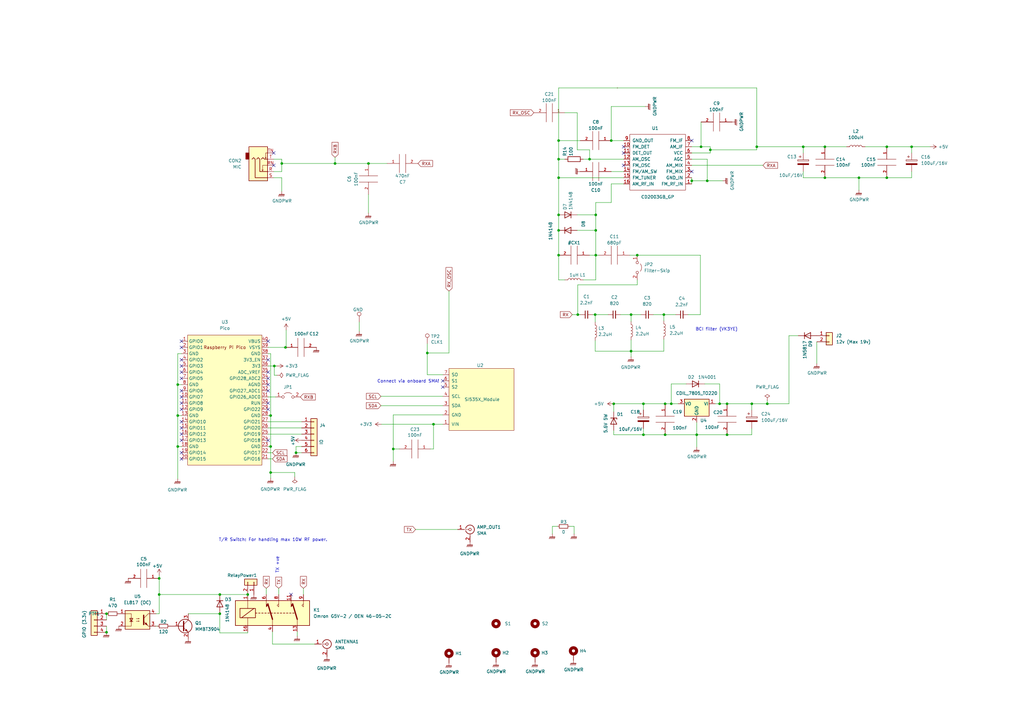
<source format=kicad_sch>
(kicad_sch (version 20211123) (generator eeschema)
  (paper "A3")
  (title_block (title "PDX RX Block - Pi Pico based DIGITAL MODES HF Transceiver") (date "2022-04-20") (rev "v0.01") (company "WB2CBA, VU3CER"))
  (junction (at 272.796 165.608))
  (junction (at 285.75 178.308))
  (junction (at 175.26 144.78))
  (junction (at 110.998 193.802))
  (junction (at 241.808 65.278))
  (junction (at 290.068 74.168))
  (junction (at 308.356 165.608))
  (junction (at 137.414 67.056))
  (junction (at 244.348 104.648))
  (junction (at 261.366 104.648))
  (junction (at 250.698 57.658))
  (junction (at 101.6 243.84))
  (junction (at 244.348 94.488))
  (junction (at 298.196 178.308))
  (junction (at 244.094 129.032))
  (junction (at 117.094 142.494))
  (junction (at 72.898 157.734))
  (junction (at 310.388 60.198))
  (junction (at 258.826 144.018))
  (junction (at 275.336 165.608))
  (junction (at 65.278 243.84))
  (junction (at 236.982 129.032))
  (junction (at 229.108 88.138))
  (junction (at 291.338 61.468))
  (junction (at 151.13 67.056))
  (junction (at 258.826 129.032))
  (junction (at 329.438 60.198))
  (junction (at 272.796 178.308))
  (junction (at 229.108 57.658))
  (junction (at 121.412 185.674))
  (junction (at 287.528 60.198))
  (junction (at 90.17 243.84))
  (junction (at 90.17 251.714))
  (junction (at 112.522 150.114))
  (junction (at 363.728 72.898))
  (junction (at 72.898 183.134))
  (junction (at 229.108 65.278))
  (junction (at 363.728 60.198))
  (junction (at 314.706 165.608))
  (junction (at 244.348 88.138))
  (junction (at 110.998 170.434))
  (junction (at 110.998 183.134))
  (junction (at 229.108 104.648))
  (junction (at 338.328 72.898))
  (junction (at 352.298 72.898))
  (junction (at 43.688 251.714))
  (junction (at 295.148 165.608))
  (junction (at 338.328 60.198))
  (junction (at 177.8 173.99))
  (junction (at 65.278 237.236))
  (junction (at 161.29 184.15))
  (junction (at 263.906 165.608))
  (junction (at 298.196 165.608))
  (junction (at 283.718 74.168))
  (junction (at 263.906 178.308))
  (junction (at 43.688 259.334))
  (junction (at 272.288 129.032))
  (junction (at 72.898 170.434))
  (junction (at 251.714 165.608))
  (junction (at 373.888 60.198))
  (junction (at 115.57 67.056))
  (junction (at 229.108 94.488))
  (junction (at 229.108 72.898))
  (no_connect (at 74.422 172.974))
  (no_connect (at 74.422 175.514))
  (no_connect (at 74.422 178.054))
  (no_connect (at 74.422 180.594))
  (no_connect (at 74.422 152.654))
  (no_connect (at 74.422 155.194))
  (no_connect (at 74.422 150.114))
  (no_connect (at 74.422 147.574))
  (no_connect (at 74.422 160.274))
  (no_connect (at 74.422 162.814))
  (no_connect (at 74.422 167.894))
  (no_connect (at 74.422 165.354))
  (no_connect (at 74.422 142.494))
  (no_connect (at 74.422 139.954))
  (no_connect (at 109.982 165.354))
  (no_connect (at 109.982 160.274))
  (no_connect (at 109.982 152.654))
  (no_connect (at 109.982 155.194))
  (no_connect (at 109.982 157.734))
  (no_connect (at 109.982 147.574))
  (no_connect (at 181.61 156.21))
  (no_connect (at 74.422 188.214))
  (no_connect (at 119.38 243.84))
  (no_connect (at 74.422 185.674))
  (no_connect (at 112.268 62.738))
  (no_connect (at 112.268 67.818))
  (no_connect (at 283.718 70.358))
  (no_connect (at 283.718 57.658))
  (no_connect (at 255.778 62.738))
  (no_connect (at 255.778 60.198))
  (no_connect (at 255.778 67.818))
  (no_connect (at 181.61 158.75))
  (no_connect (at 109.982 139.954))
  (no_connect (at 109.982 180.594))
  (no_connect (at 109.982 167.894))
  (wire (pts (xy 110.998 145.034) (xy 110.998 170.434)))
  (wire (pts (xy 111.76 264.16) (xy 129.032 264.16)))
  (wire (pts (xy 261.366 104.648) (xy 287.274 104.648)))
  (wire (pts (xy 43.688 251.714) (xy 43.688 254.254)))
  (wire (pts (xy 338.328 72.898) (xy 329.438 72.898)))
  (wire (pts (xy 72.898 157.734) (xy 72.898 170.434)))
  (wire (pts (xy 251.714 165.608) (xy 263.906 165.608)))
  (wire (pts (xy 112.268 65.278) (xy 115.57 65.278)))
  (wire (pts (xy 74.422 170.434) (xy 72.898 170.434)))
  (wire (pts (xy 282.194 129.032) (xy 287.274 129.032)))
  (wire (pts (xy 124.46 241.3) (xy 124.46 243.84)))
  (wire (pts (xy 310.388 60.198) (xy 310.388 61.468)))
  (wire (pts (xy 110.998 170.434) (xy 110.998 183.134)))
  (wire (pts (xy 229.108 104.648) (xy 229.108 94.488)))
  (wire (pts (xy 109.982 183.134) (xy 110.998 183.134)))
  (wire (pts (xy 121.412 185.674) (xy 123.698 185.674)))
  (wire (pts (xy 289.052 157.48) (xy 295.148 157.48)))
  (wire (pts (xy 254.508 129.032) (xy 258.826 129.032)))
  (wire (pts (xy 250.698 83.058) (xy 250.698 75.438)))
  (wire (pts (xy 156.21 162.56) (xy 181.61 162.56)))
  (wire (pts (xy 115.57 72.898) (xy 115.57 78.486)))
  (wire (pts (xy 373.888 72.898) (xy 363.728 72.898)))
  (wire (pts (xy 310.388 61.468) (xy 291.338 61.468)))
  (wire (pts (xy 272.796 178.308) (xy 263.906 178.308)))
  (wire (pts (xy 363.728 60.198) (xy 354.838 60.198)))
  (wire (pts (xy 291.338 60.198) (xy 291.338 61.468)))
  (wire (pts (xy 373.888 60.198) (xy 373.888 62.738)))
  (wire (pts (xy 121.412 183.134) (xy 123.698 183.134)))
  (wire (pts (xy 175.26 144.78) (xy 184.15 144.78)))
  (wire (pts (xy 314.706 164.338) (xy 314.706 165.608)))
  (wire (pts (xy 275.336 165.608) (xy 275.336 157.48)))
  (wire (pts (xy 65.278 235.966) (xy 65.278 237.236)))
  (wire (pts (xy 64.008 251.714) (xy 65.278 251.714)))
  (wire (pts (xy 231.648 114.808) (xy 229.108 114.808)))
  (wire (pts (xy 323.596 137.668) (xy 323.596 165.608)))
  (wire (pts (xy 244.094 139.7) (xy 244.094 144.018)))
  (wire (pts (xy 109.982 175.514) (xy 123.698 175.514)))
  (wire (pts (xy 234.696 129.032) (xy 236.982 129.032)))
  (wire (pts (xy 285.75 178.308) (xy 298.196 178.308)))
  (wire (pts (xy 170.434 217.17) (xy 187.706 217.17)))
  (wire (pts (xy 244.348 104.648) (xy 245.618 104.648)))
  (wire (pts (xy 314.706 165.608) (xy 323.596 165.608)))
  (wire (pts (xy 261.366 116.84) (xy 261.366 114.808)))
  (wire (pts (xy 65.278 243.84) (xy 90.17 243.84)))
  (wire (pts (xy 290.068 65.278) (xy 290.068 74.168)))
  (wire (pts (xy 250.698 43.688) (xy 264.668 43.688)))
  (wire (pts (xy 283.718 62.738) (xy 291.338 62.738)))
  (wire (pts (xy 110.998 183.134) (xy 110.998 193.802)))
  (wire (pts (xy 244.094 132.08) (xy 244.094 129.032)))
  (wire (pts (xy 347.218 60.198) (xy 338.328 60.198)))
  (wire (pts (xy 250.698 70.358) (xy 255.778 70.358)))
  (wire (pts (xy 244.348 94.488) (xy 244.348 88.138)))
  (wire (pts (xy 72.898 170.434) (xy 72.898 183.134)))
  (wire (pts (xy 287.274 104.648) (xy 287.274 129.032)))
  (wire (pts (xy 90.17 251.714) (xy 90.17 251.46)))
  (wire (pts (xy 175.26 144.78) (xy 175.26 153.67)))
  (wire (pts (xy 283.718 60.198) (xy 287.528 60.198)))
  (wire (pts (xy 263.906 165.608) (xy 272.796 165.608)))
  (wire (pts (xy 308.356 175.768) (xy 308.356 178.308)))
  (wire (pts (xy 285.75 183.388) (xy 285.75 178.308)))
  (wire (pts (xy 275.336 157.48) (xy 281.432 157.48)))
  (wire (pts (xy 285.75 178.308) (xy 272.796 178.308)))
  (wire (pts (xy 298.196 165.608) (xy 308.356 165.608)))
  (wire (pts (xy 147.32 132.08) (xy 147.32 135.89)))
  (wire (pts (xy 175.26 140.97) (xy 175.26 144.78)))
  (wire (pts (xy 65.278 237.236) (xy 65.278 243.84)))
  (wire (pts (xy 285.75 173.228) (xy 285.75 178.308)))
  (wire (pts (xy 72.898 183.134) (xy 72.898 196.342)))
  (wire (pts (xy 308.356 165.608) (xy 314.706 165.608)))
  (wire (pts (xy 43.688 256.794) (xy 43.688 259.334)))
  (wire (pts (xy 101.6 259.08) (xy 101.6 259.588)))
  (wire (pts (xy 64.008 256.794) (xy 64.516 256.794)))
  (wire (pts (xy 329.438 60.198) (xy 329.438 62.738)))
  (wire (pts (xy 236.982 116.84) (xy 261.366 116.84)))
  (wire (pts (xy 151.13 79.756) (xy 151.13 87.376)))
  (wire (pts (xy 137.414 64.516) (xy 137.414 67.056)))
  (wire (pts (xy 161.29 170.18) (xy 161.29 184.15)))
  (wire (pts (xy 296.418 74.168) (xy 290.068 74.168)))
  (wire (pts (xy 272.288 129.032) (xy 272.288 131.572)))
  (wire (pts (xy 156.464 173.99) (xy 177.8 173.99)))
  (wire (pts (xy 275.336 165.608) (xy 278.13 165.608)))
  (wire (pts (xy 244.348 88.138) (xy 244.348 83.058)))
  (wire (pts (xy 236.728 94.488) (xy 244.348 94.488)))
  (wire (pts (xy 65.278 251.714) (xy 65.278 243.84)))
  (wire (pts (xy 241.808 104.648) (xy 244.348 104.648)))
  (wire (pts (xy 236.982 129.032) (xy 236.982 116.84)))
  (wire (pts (xy 250.698 57.658) (xy 250.698 43.688)))
  (wire (pts (xy 229.108 88.138) (xy 229.108 72.898)))
  (wire (pts (xy 251.714 168.91) (xy 251.714 165.608)))
  (wire (pts (xy 112.522 150.114) (xy 113.538 150.114)))
  (wire (pts (xy 109.982 170.434) (xy 110.998 170.434)))
  (wire (pts (xy 258.826 129.032) (xy 258.826 131.826)))
  (wire (pts (xy 236.728 46.228) (xy 236.728 61.468)))
  (wire (pts (xy 310.388 60.198) (xy 329.438 60.198)))
  (wire (pts (xy 114.3 241.3) (xy 114.3 243.84)))
  (wire (pts (xy 109.982 142.494) (xy 117.094 142.494)))
  (wire (pts (xy 120.904 193.802) (xy 120.904 195.58)))
  (wire (pts (xy 121.412 183.134) (xy 121.412 185.674)))
  (wire (pts (xy 272.288 144.018) (xy 258.826 144.018)))
  (wire (pts (xy 90.17 259.588) (xy 101.6 259.588)))
  (wire (pts (xy 72.898 145.034) (xy 72.898 157.734)))
  (wire (pts (xy 258.826 129.032) (xy 262.89 129.032)))
  (wire (pts (xy 156.21 166.37) (xy 181.61 166.37)))
  (wire (pts (xy 109.982 172.974) (xy 123.698 172.974)))
  (wire (pts (xy 161.29 170.18) (xy 181.61 170.18)))
  (wire (pts (xy 231.648 46.228) (xy 236.728 46.228)))
  (wire (pts (xy 373.888 60.198) (xy 381.508 60.198)))
  (wire (pts (xy 231.648 65.278) (xy 229.108 65.278)))
  (wire (pts (xy 272.796 165.608) (xy 275.336 165.608)))
  (wire (pts (xy 72.898 183.134) (xy 74.422 183.134)))
  (wire (pts (xy 243.078 129.032) (xy 244.094 129.032)))
  (wire (pts (xy 258.318 104.648) (xy 261.366 104.648)))
  (wire (pts (xy 293.37 165.608) (xy 295.148 165.608)))
  (wire (pts (xy 77.216 251.714) (xy 90.17 251.714)))
  (wire (pts (xy 244.348 104.648) (xy 244.348 114.808)))
  (wire (pts (xy 137.414 67.056) (xy 151.13 67.056)))
  (wire (pts (xy 244.348 83.058) (xy 250.698 83.058)))
  (wire (pts (xy 283.718 67.818) (xy 312.928 67.818)))
  (wire (pts (xy 111.76 259.08) (xy 111.76 264.16)))
  (wire (pts (xy 329.438 72.898) (xy 329.438 70.358)))
  (wire (pts (xy 72.898 145.034) (xy 74.422 145.034)))
  (wire (pts (xy 272.288 139.192) (xy 272.288 144.018)))
  (wire (pts (xy 244.094 129.032) (xy 249.428 129.032)))
  (wire (pts (xy 291.338 61.468) (xy 291.338 62.738)))
  (wire (pts (xy 272.288 129.032) (xy 277.114 129.032)))
  (wire (pts (xy 110.998 193.802) (xy 110.998 196.088)))
  (wire (pts (xy 151.13 67.056) (xy 158.75 67.056)))
  (wire (pts (xy 112.268 70.358) (xy 115.57 70.358)))
  (wire (pts (xy 251.714 178.308) (xy 263.906 178.308)))
  (wire (pts (xy 181.61 153.67) (xy 175.26 153.67)))
  (wire (pts (xy 236.728 61.468) (xy 241.808 61.468)))
  (wire (pts (xy 90.17 243.84) (xy 101.6 243.84)))
  (wire (pts (xy 229.108 72.898) (xy 255.778 72.898)))
  (wire (pts (xy 109.22 241.3) (xy 109.22 243.84)))
  (wire (pts (xy 295.148 157.48) (xy 295.148 165.608)))
  (wire (pts (xy 112.268 72.898) (xy 115.57 72.898)))
  (wire (pts (xy 109.982 188.214) (xy 111.76 188.214)))
  (wire (pts (xy 109.982 150.114) (xy 112.522 150.114)))
  (wire (pts (xy 263.906 178.308) (xy 263.906 175.768)))
  (wire (pts (xy 74.422 157.734) (xy 72.898 157.734)))
  (wire (pts (xy 244.348 104.648) (xy 244.348 94.488)))
  (wire (pts (xy 239.268 114.808) (xy 244.348 114.808)))
  (wire (pts (xy 110.998 193.802) (xy 120.904 193.802)))
  (wire (pts (xy 295.148 165.608) (xy 298.196 165.608)))
  (wire (pts (xy 283.718 75.438) (xy 283.718 74.168)))
  (wire (pts (xy 229.108 36.068) (xy 310.388 36.068)))
  (wire (pts (xy 250.698 75.438) (xy 255.778 75.438)))
  (wire (pts (xy 373.888 70.358) (xy 373.888 72.898)))
  (wire (pts (xy 226.568 215.9) (xy 228.6 215.9)))
  (wire (pts (xy 283.718 65.278) (xy 290.068 65.278)))
  (wire (pts (xy 233.68 215.9) (xy 235.458 215.9)))
  (wire (pts (xy 363.728 60.198) (xy 373.888 60.198)))
  (wire (pts (xy 115.57 65.278) (xy 115.57 67.056)))
  (wire (pts (xy 177.8 173.99) (xy 181.61 173.99)))
  (wire (pts (xy 235.458 215.9) (xy 235.458 218.948)))
  (wire (pts (xy 236.728 88.138) (xy 244.348 88.138)))
  (wire (pts (xy 267.97 129.032) (xy 272.288 129.032)))
  (wire (pts (xy 117.094 142.494) (xy 117.348 142.494)))
  (wire (pts (xy 229.108 57.658) (xy 229.108 36.068)))
  (wire (pts (xy 121.92 259.08) (xy 121.92 260.858)))
  (wire (pts (xy 258.826 144.018) (xy 258.826 139.446)))
  (wire (pts (xy 229.108 57.658) (xy 237.998 57.658)))
  (wire (pts (xy 308.356 178.308) (xy 298.196 178.308)))
  (wire (pts (xy 283.718 74.168) (xy 283.718 72.898)))
  (wire (pts (xy 176.53 184.15) (xy 177.8 184.15)))
  (wire (pts (xy 109.982 178.054) (xy 123.698 178.054)))
  (wire (pts (xy 229.108 94.488) (xy 229.108 88.138)))
  (wire (pts (xy 363.728 72.898) (xy 352.298 72.898)))
  (wire (pts (xy 239.268 65.278) (xy 241.808 65.278)))
  (wire (pts (xy 308.356 168.148) (xy 308.356 165.608)))
  (wire (pts (xy 163.83 184.15) (xy 161.29 184.15)))
  (wire (pts (xy 241.808 65.278) (xy 255.778 65.278)))
  (wire (pts (xy 161.29 184.15) (xy 161.29 189.23)))
  (wire (pts (xy 117.348 135.382) (xy 117.348 142.494)))
  (wire (pts (xy 323.596 137.668) (xy 327.406 137.668)))
  (wire (pts (xy 112.522 150.114) (xy 112.522 153.924)))
  (wire (pts (xy 229.108 104.648) (xy 229.108 114.808)))
  (wire (pts (xy 352.298 72.898) (xy 338.328 72.898)))
  (wire (pts (xy 258.826 144.018) (xy 258.826 146.304)))
  (wire (pts (xy 229.108 65.278) (xy 229.108 57.658)))
  (wire (pts (xy 90.17 251.714) (xy 90.17 259.588)))
  (wire (pts (xy 241.808 61.468) (xy 241.808 65.278)))
  (wire (pts (xy 226.568 218.948) (xy 226.568 215.9)))
  (wire (pts (xy 290.068 74.168) (xy 283.718 74.168)))
  (wire (pts (xy 109.982 145.034) (xy 110.998 145.034)))
  (wire (pts (xy 177.8 184.15) (xy 177.8 173.99)))
  (wire (pts (xy 263.906 168.148) (xy 263.906 165.608)))
  (wire (pts (xy 329.438 60.198) (xy 338.328 60.198)))
  (wire (pts (xy 244.094 144.018) (xy 258.826 144.018)))
  (wire (pts (xy 184.15 144.78) (xy 184.15 119.38)))
  (wire (pts (xy 250.698 57.658) (xy 255.778 57.658)))
  (wire (pts (xy 115.57 67.056) (xy 115.57 70.358)))
  (wire (pts (xy 112.522 153.924) (xy 113.538 153.924)))
  (wire (pts (xy 251.714 176.53) (xy 251.714 178.308)))
  (wire (pts (xy 287.528 50.038) (xy 287.528 60.198)))
  (wire (pts (xy 335.026 140.208) (xy 335.026 149.098)))
  (wire (pts (xy 236.982 129.032) (xy 237.998 129.032)))
  (wire (pts (xy 310.388 36.068) (xy 310.388 60.198)))
  (wire (pts (xy 109.982 162.814) (xy 113.03 162.814)))
  (wire (pts (xy 291.338 60.198) (xy 287.528 60.198)))
  (wire (pts (xy 229.108 72.898) (xy 229.108 65.278)))
  (wire (pts (xy 352.298 77.978) (xy 352.298 72.898)))
  (wire (pts (xy 109.982 185.674) (xy 111.76 185.674)))
  (wire (pts (xy 115.57 67.056) (xy 137.414 67.056)))
  (text "Connect via onboard SMA!" (at 154.686 157.226 0) (effects (font (size 1.27 1.27)) (justify left bottom)))
  (text "BCI filter (VK3YE)" (at 285.242 135.89 0) (effects (font (size 1.27 1.27)) (justify left bottom)))
  (text "T/R Switch: For handling max 10W RF power." (at 89.662 222.25 0) (effects (font (size 1.27 1.27)) (justify left bottom)))
  (text "TX +ve" (at 114.554 235.204 90) (effects (font (size 1.27 1.27)) (justify left bottom)))
  (global_label "TX" (shape input) (at 114.3 241.3 90) (property "Intersheet References" "${INTERSHEET_REFS}" (effects hide)))
  (global_label "SCL" (shape input) (at 156.21 162.56 180) (property "Intersheet References" "${INTERSHEET_REFS}" (effects hide)))
  (global_label "RXB" (shape input) (at 137.414 64.516 90) (property "Intersheet References" "${INTERSHEET_REFS}" (effects hide)))
  (global_label "RX" (shape input) (at 109.22 241.3 90) (property "Intersheet References" "${INTERSHEET_REFS}" (effects hide)))
  (global_label "RXA" (shape input) (at 312.928 67.818 0) (property "Intersheet References" "${INTERSHEET_REFS}" (effects hide)))
  (global_label "RX" (shape input) (at 124.46 241.3 90) (property "Intersheet References" "${INTERSHEET_REFS}" (effects hide)))
  (global_label "RX_OSC" (shape input) (at 184.15 119.38 90) (property "Intersheet References" "${INTERSHEET_REFS}" (effects hide)))
  (global_label "RX" (shape input) (at 234.696 129.032 180) (property "Intersheet References" "${INTERSHEET_REFS}" (effects hide)))
  (global_label "RX_OSC" (shape input) (at 218.948 46.228 180) (property "Intersheet References" "${INTERSHEET_REFS}" (effects hide)))
  (global_label "SDA" (shape input) (at 111.76 188.214 0) (property "Intersheet References" "${INTERSHEET_REFS}" (effects hide)))
  (global_label "RXA" (shape input) (at 171.45 67.056 0) (property "Intersheet References" "${INTERSHEET_REFS}" (effects hide)))
  (global_label "SCL" (shape input) (at 111.76 185.674 0) (property "Intersheet References" "${INTERSHEET_REFS}" (effects hide)))
  (global_label "RXB" (shape input) (at 123.19 162.814 0) (property "Intersheet References" "${INTERSHEET_REFS}" (effects hide)))
  (global_label "TX" (shape input) (at 170.434 217.17 180) (property "Intersheet References" "${INTERSHEET_REFS}" (effects hide)))
  (global_label "SDA" (shape input) (at 156.21 166.37 180) (property "Intersheet References" "${INTERSHEET_REFS}" (effects hide)))
  (symbol (lib_id "ADX-rescue:SI535X_Module-VFO-ESP-WSPR-PCB-TTL-PA_FINAL-rescue-DIGI_UNO_TX-rescue-DTX-rescue") (at 196.85 163.83 0) (unit 1)
    (property "Reference" "U2" (at 195.58 149.86 0) (effects (justify left)))
    (property "Value" "SI535X_Module" (at 190.5 163.83 0) (effects (justify left)))
    (property "Footprint" "Connector_PinSocket_2.54mm:PinSocket_1x07_P2.54mm_Vertical" (effects hide))
  )
  (symbol (lib_id "power:GNDPWR") (at 161.29 189.23 0) (unit 1)
    (property "Reference" "#PWR0108" (effects hide))
    (property "Value" "GNDPWR" (effects hide))
  )
  (symbol (lib_id "pspice:CAP") (at 170.18 184.15 270) (unit 1)
    (property "Reference" "C23" (at 170.18 176.149 90))
    (property "Value" "100nF" (at 170.18 178.4604 90))
    (property "Footprint" "Capacitor_SMD:C_1206_3216Metric_Pad1.33x1.80mm_HandSolder" (effects hide))
  )
  (symbol (lib_id "Connector:TestPoint") (at 175.26 140.97 0) (unit 1)
    (property "Reference" "TP2" (at 176.7332 137.9728 0) (effects (justify left)))
    (property "Value" "CLK1" (at 176.7332 140.2842 0) (effects (justify left)))
    (property "Footprint" "Connector_PinHeader_2.54mm:PinHeader_1x01_P2.54mm_Vertical" (effects hide))
  )
  (symbol (lib_id "Device:D") (at 331.216 137.668 0) (unit 1)
    (property "Reference" "D9" (at 332.3844 139.6746 90) (effects (justify right)))
    (property "Value" "1N5817" (at 330.073 139.6746 90) (effects (justify right)))
    (property "Footprint" "Diode_THT:D_A-405_P2.54mm_Vertical_KathodeUp" (effects hide))
  )
  (symbol (lib_id "Mechanical:MountingHole_Pad") (at 184.15 269.24 0) (unit 1)
    (property "Reference" "H1" (at 186.69 267.9954 0) (effects (justify left)))
    (property "Value" "MountingHole_Pad" (effects hide))
    (property "Footprint" "MountingHole:MountingHole_3.2mm_M3_ISO7380_Pad" (effects hide))
  )
  (symbol (lib_id "Mechanical:MountingHole_Pad") (at 203.454 268.986 0) (unit 1)
    (property "Reference" "H2" (at 205.994 267.7414 0) (effects (justify left)))
    (property "Value" "MountingHole_Pad" (effects hide))
    (property "Footprint" "MountingHole:MountingHole_3.2mm_M3_ISO7380_Pad" (effects hide))
  )
  (symbol (lib_id "Mechanical:MountingHole_Pad") (at 219.456 268.986 0) (unit 1)
    (property "Reference" "H3" (at 221.996 267.7414 0) (effects (justify left)))
    (property "Value" "MountingHole_Pad" (effects hide))
    (property "Footprint" "MountingHole:MountingHole_3.2mm_M3_ISO7380_Pad" (effects hide))
  )
  (symbol (lib_id "Mechanical:MountingHole_Pad") (at 235.204 268.224 0) (unit 1)
    (property "Reference" "H4" (at 237.744 266.9794 0) (effects (justify left)))
    (property "Value" "MountingHole_Pad" (effects hide))
    (property "Footprint" "MountingHole:MountingHole_3.2mm_M3_ISO7380_Pad" (effects hide))
  )
  (symbol (lib_id "power:GNDPWR") (at 184.15 271.78 0) (unit 1)
    (property "Reference" "#PWR0133" (effects hide))
    (property "Value" "GNDPWR" (at 184.2516 275.6916 0))
  )
  (symbol (lib_id "power:GNDPWR") (at 203.454 271.526 0) (unit 1)
    (property "Reference" "#PWR0141" (effects hide))
    (property "Value" "GNDPWR" (at 203.5556 275.4376 0))
  )
  (symbol (lib_id "power:GNDPWR") (at 219.456 271.526 0) (unit 1)
    (property "Reference" "#PWR0142" (effects hide))
    (property "Value" "GNDPWR" (at 219.5576 275.4376 0))
  )
  (symbol (lib_id "power:GNDPWR") (at 235.204 270.764 0) (unit 1)
    (property "Reference" "#PWR0143" (effects hide))
    (property "Value" "GNDPWR" (at 235.3056 274.6756 0))
  )
  (symbol (lib_id "Connector:TestPoint") (at 147.32 132.08 0) (unit 1)
    (property "Reference" "TP7" (effects hide))
    (property "Value" "GND" (at 144.78 127 0) (effects (justify left)))
    (property "Footprint" "Connector_PinHeader_2.54mm:PinHeader_1x01_P2.54mm_Vertical" (effects hide))
  )
  (symbol (lib_id "power:GNDPWR") (at 147.32 135.89 0) (unit 1)
    (property "Reference" "#PWR0125" (effects hide))
    (property "Value" "GNDPWR" (at 147.4216 139.8016 0))
  )
  (symbol (lib_id "pspice:CAP") (at 298.196 171.958 0) (mirror y) (unit 1)
    (property "Reference" "C20" (at 296.418 169.164 0) (effects (justify left)))
    (property "Value" "100nF" (at 295.148 175.26 0) (effects (justify left)))
    (property "Footprint" "Capacitor_SMD:C_1206_3216Metric_Pad1.33x1.80mm_HandSolder" (effects hide))
  )
  (symbol (lib_id "pspice:CAP") (at 272.796 171.958 0) (unit 1)
    (property "Reference" "C19" (at 275.844 168.91 0) (effects (justify left)))
    (property "Value" "100nF" (at 275.844 175.514 0) (effects (justify left)))
    (property "Footprint" "Capacitor_SMD:C_1206_3216Metric_Pad1.33x1.80mm_HandSolder" (effects hide))
  )
  (symbol (lib_id "power:GNDPWR") (at 285.75 183.388 0) (unit 1)
    (property "Reference" "#PWR0147" (effects hide))
    (property "Value" "GNDPWR" (at 285.8516 187.2996 0))
  )
  (symbol (lib_id "power:GNDPWR") (at 151.13 87.376 0) (unit 1)
    (property "Reference" "#PWR0127" (effects hide))
    (property "Value" "GNDPWR" (at 151.2316 91.2876 0))
  )
  (symbol (lib_id "pspice:CAP") (at 151.13 73.406 0) (unit 1)
    (property "Reference" "C6" (at 143.256 73.406 90))
    (property "Value" "100nF" (at 146.05 73.406 90))
    (property "Footprint" "Capacitor_SMD:C_1206_3216Metric_Pad1.33x1.80mm_HandSolder" (effects hide))
  )
  (symbol (lib_id "pspice:CAP") (at 165.1 67.056 90) (unit 1)
    (property "Reference" "C7" (at 165.1 74.676 90))
    (property "Value" "470nF" (at 165.1 72.136 90))
    (property "Footprint" "Capacitor_SMD:C_1206_3216Metric_Pad1.33x1.80mm_HandSolder" (effects hide))
  )
  (symbol (lib_id "power:GNDPWR") (at 296.418 74.168 90) (unit 1)
    (property "Reference" "#PWR0129" (effects hide))
    (property "Value" "GNDPWR" (at 300.3296 74.0664 0))
  )
  (symbol (lib_id "power:GNDPWR") (at 237.998 70.358 270) (unit 1)
    (property "Reference" "#PWR0131" (effects hide))
    (property "Value" "GNDPWR" (effects hide))
  )
  (symbol (lib_id "power:GNDPWR") (at 264.668 43.688 90) (unit 1)
    (property "Reference" "#PWR0132" (effects hide))
    (property "Value" "GNDPWR" (at 268.5796 43.5864 0))
  )
  (symbol (lib_id "pspice:CAP") (at 244.348 57.658 270) (unit 1)
    (property "Reference" "C8" (at 244.348 50.038 90))
    (property "Value" "100nF" (at 244.348 52.578 90))
    (property "Footprint" "Capacitor_SMD:C_1206_3216Metric_Pad1.33x1.80mm_HandSolder" (effects hide))
  )
  (symbol (lib_id "pspice:CAP") (at 363.728 66.548 0) (mirror y) (unit 1)
    (property "Reference" "C15" (at 359.2068 65.3796 0) (effects (justify left)))
    (property "Value" "100nF" (at 359.2068 67.691 0) (effects (justify left)))
    (property "Footprint" "Capacitor_SMD:C_1206_3216Metric_Pad1.33x1.80mm_HandSolder" (effects hide))
  )
  (symbol (lib_id "pspice:CAP") (at 338.328 66.548 0) (unit 1)
    (property "Reference" "C14" (at 342.8492 65.3796 0) (effects (justify left)))
    (property "Value" "100nF" (at 342.8492 67.691 0) (effects (justify left)))
    (property "Footprint" "Capacitor_SMD:C_1206_3216Metric_Pad1.33x1.80mm_HandSolder" (effects hide))
  )
  (symbol (lib_id "Device:R") (at 235.458 65.278 270) (unit 1)
    (property "Reference" "R14" (at 231.648 60.198 0) (effects (justify left)))
    (property "Value" "100" (at 234.188 60.198 0) (effects (justify left)))
    (property "Footprint" "Resistor_SMD:R_1206_3216Metric_Pad1.30x1.75mm_HandSolder" (effects hide))
  )
  (symbol (lib_id "pspice:CAP") (at 244.348 70.358 90) (unit 1)
    (property "Reference" "C10" (at 244.348 77.978 90))
    (property "Value" "100nF" (at 244.348 75.438 90))
    (property "Footprint" "Capacitor_SMD:C_1206_3216Metric_Pad1.33x1.80mm_HandSolder" (effects hide))
  )
  (symbol (lib_id "power:GNDPWR") (at 352.298 77.978 0) (unit 1)
    (property "Reference" "#PWR0130" (effects hide))
    (property "Value" "GNDPWR" (at 352.3996 81.8896 0))
  )
  (symbol (lib_id "pspice:CAP") (at 225.298 46.228 270) (unit 1)
    (property "Reference" "C21" (at 225.298 38.608 90))
    (property "Value" "100nF" (at 225.298 41.148 90))
    (property "Footprint" "Capacitor_SMD:C_1206_3216Metric_Pad1.33x1.80mm_HandSolder" (effects hide))
  )
  (symbol (lib_id "Device:D") (at 232.918 88.138 180) (unit 1)
    (property "Reference" "D7" (at 231.7496 86.1314 90) (effects (justify right)))
    (property "Value" "1N4148" (at 234.061 86.1314 90) (effects (justify right)))
    (property "Footprint" "Diode_THT:D_DO-35_SOD27_P2.54mm_Vertical_KathodeUp" (effects hide))
  )
  (symbol (lib_id "Device:D") (at 232.918 94.488 0) (unit 1)
    (property "Reference" "D8" (at 239.268 93.218 90) (effects (justify left)))
    (property "Value" "1N4148" (at 225.806 98.552 90) (effects (justify left)))
    (property "Footprint" "Diode_THT:D_DO-35_SOD27_P2.54mm_Vertical_KathodeUp" (effects hide))
  )
  (symbol (lib_id "pspice:CAP") (at 235.458 104.648 270) (unit 1)
    (property "Reference" "#CX1" (at 235.458 99.568 90))
    (property "Value" "  " (at 235.458 99.568 90))
    (property "Footprint" "Capacitor_THT:C_Disc_D3.0mm_W1.6mm_P2.50mm" (effects hide))
  )
  (symbol (lib_id "pspice:CAP") (at 251.968 104.648 270) (unit 1)
    (property "Reference" "C11" (at 251.968 97.028 90))
    (property "Value" "680pF" (at 251.968 99.568 90))
    (property "Footprint" "Capacitor_SMD:C_1206_3216Metric_Pad1.33x1.80mm_HandSolder" (effects hide))
  )
  (symbol (lib_id "pspice:CAP") (at 293.878 50.038 270) (unit 1)
    (property "Reference" "C9" (at 293.878 42.418 90))
    (property "Value" "100nF" (at 293.878 44.958 90))
    (property "Footprint" "Capacitor_SMD:C_1206_3216Metric_Pad1.33x1.80mm_HandSolder" (effects hide))
  )
  (symbol (lib_id "power:GNDPWR") (at 300.228 50.038 90) (unit 1)
    (property "Reference" "#PWR0134" (effects hide))
    (property "Value" "GNDPWR" (at 304.1396 49.9364 0))
  )
  (symbol (lib_id "power:GNDPWR") (at 335.026 149.098 0) (unit 1)
    (property "Reference" "#PWR0145" (effects hide))
    (property "Value" "GNDPWR" (at 335.1276 153.0096 0))
  )
  (symbol (lib_id "power:GNDPWR") (at 115.57 78.486 0) (unit 1)
    (property "Reference" "#PWR0128" (effects hide))
    (property "Value" "GNDPWR" (at 115.6716 82.3976 0))
  )
  (symbol (lib_id "power:PWR_FLAG") (at 120.904 195.58 180) (unit 1)
    (property "Reference" "#FLG02" (effects hide))
    (property "Value" "PWR_FLAG" (at 120.904 200.66 0))
  )
  (symbol (lib_id "Connector_Generic:Conn_01x02") (at 340.106 137.668 0) (unit 1)
    (property "Reference" "J2" (at 342.9 137.6679 0) (effects (justify left)))
    (property "Value" "12v (Max 19v)" (at 342.9 140.2079 0) (effects (justify left)))
    (property "Footprint" "Connector_PinHeader_2.54mm:PinHeader_1x02_P2.54mm_Vertical" (effects hide))
  )
  (symbol (lib_id "Diode:1N4148") (at 90.17 247.65 270) (unit 1)
    (property "Reference" "D3" (at 92.202 245.872 90) (effects (justify left)))
    (property "Value" "1N4148" (at 93.218 247.65 0) (effects (justify left)))
    (property "Footprint" "Diode_THT:D_DO-35_SOD27_P2.54mm_Vertical_KathodeUp" (effects hide))
    (property "Datasheet" "https://assets.nexperia.com/documents/data-sheet/1N4148_1N4448.pdf" (effects hide))
  )
  (symbol (lib_id "Connector:Conn_Coaxial") (at 134.112 264.16 0) (unit 1)
    (property "Reference" "ANTENNA1" (at 137.414 263.1831 0) (effects (justify left)))
    (property "Value" "SMA" (at 137.414 265.7231 0) (effects (justify left)))
    (property "Footprint" "Connector_Coaxial:SMA_Amphenol_901-144_Vertical" (effects hide))
    (property "Datasheet" " ~" (effects hide))
  )
  (symbol (lib_id "Device:C_Polarized") (at 308.356 171.958 0) (unit 1)
    (property "Reference" "C24" (at 312.166 169.7989 0) (effects (justify left)))
    (property "Value" "100uF/16V" (at 312.166 172.3389 0) (effects (justify left)))
    (property "Footprint" "Capacitor_THT:CP_Radial_D4.0mm_P2.00mm" (effects hide))
  )
  (symbol (lib_id "power:GNDPWR") (at 52.578 237.236 0) (unit 1)
    (property "Reference" "#PWR09" (effects hide))
    (property "Value" "GNDPWR" (effects hide))
  )
  (symbol (lib_id "Diode:1N4001") (at 285.242 157.48 180) (unit 1)
    (property "Reference" "D2" (at 283.464 154.686 0))
    (property "Value" "1N4001" (at 290.068 154.686 0))
    (property "Footprint" "Diode_SMD:D_SMA_Handsoldering" (effects hide))
    (property "Datasheet" "http://www.vishay.com/docs/88503/1n4001.pdf" (effects hide))
  )
  (symbol (lib_id "power:+5V") (at 117.348 135.382 0) (unit 1)
    (property "Reference" "#PWR04" (effects hide))
    (property "Value" "+5V" (at 117.348 130.81 0))
  )
  (symbol (lib_id "Device:C_Small") (at 251.968 129.032 90) (unit 1)
    (property "Reference" "C2" (at 251.9743 121.92 90))
    (property "Value" "820" (at 251.9743 124.46 90))
    (property "Footprint" "Capacitor_SMD:C_1206_3216Metric_Pad1.33x1.80mm_HandSolder" (effects hide))
  )
  (symbol (lib_id "power:PWR_FLAG") (at 314.706 164.338 0) (unit 1)
    (property "Reference" "#FLG01" (effects hide))
    (property "Value" "PWR_FLAG" (at 314.706 158.75 0))
  )
  (symbol (lib_id "power:GNDPWR") (at 121.412 185.674 0) (unit 1)
    (property "Reference" "#PWR0102" (effects hide))
    (property "Value" "GNDPWR" (at 121.285 190.5 0))
  )
  (symbol (lib_id "Device:C_Polarized") (at 263.906 171.958 0) (unit 1)
    (property "Reference" "C18" (at 258.572 168.91 0) (effects (justify left)))
    (property "Value" "10uF/16V" (at 253.746 176.022 0) (effects (justify left)))
    (property "Footprint" "Capacitor_THT:CP_Radial_D4.0mm_P2.00mm" (effects hide))
  )
  (symbol (lib_id "power:+5V") (at 381.508 60.198 270) (unit 1)
    (property "Reference" "#PWR0104" (effects hide))
    (property "Value" "+5V" (at 384.81 60.1979 90) (effects (justify left)))
  )
  (symbol (lib_id "power:+5V") (at 251.714 165.608 90) (unit 1)
    (property "Reference" "#PWR05" (effects hide))
    (property "Value" "+5V" (at 247.65 165.6079 90) (effects (justify left)))
  )
  (symbol (lib_id "Device:L") (at 258.826 135.636 0) (unit 1)
    (property "Reference" "L4" (at 260.604 134.3659 0) (effects (justify left)))
    (property "Value" "2.2uH" (at 260.604 136.9059 0) (effects (justify left)))
    (property "Footprint" "Inductor_THT:L_Axial_L5.3mm_D2.2mm_P2.54mm_Vertical_Vishay_IM-1" (effects hide))
  )
  (symbol (lib_id "Connector_Generic:Conn_01x06") (at 128.778 178.054 0) (unit 1)
    (property "Reference" "J4" (at 131.064 174.498 0) (effects (justify left)))
    (property "Value" "IO" (at 131.826 182.372 90) (effects (justify left)))
    (property "Footprint" "Connector_PinHeader_2.54mm:PinHeader_1x06_P2.54mm_Vertical" (effects hide))
  )
  (symbol (lib_id "power:GNDPWR") (at 235.458 218.948 0) (unit 1)
    (property "Reference" "#PWR016" (effects hide))
    (property "Value" "GNDPWR" (effects hide))
  )
  (symbol (lib_id "pspice:CAP") (at 123.444 142.494 90) (unit 1)
    (property "Reference" "C12" (at 128.778 136.906 90))
    (property "Value" "100nF" (at 123.698 136.906 90))
    (property "Footprint" "Capacitor_SMD:C_1206_3216Metric_Pad1.33x1.80mm_HandSolder" (effects hide))
  )
  (symbol (lib_id "pspice:CAP") (at 58.928 237.236 270) (unit 1)
    (property "Reference" "C5" (at 58.928 229.235 90))
    (property "Value" "100nF" (at 58.928 231.5464 90))
    (property "Footprint" "Capacitor_SMD:C_1206_3216Metric_Pad1.33x1.80mm_HandSolder" (effects hide))
  )
  (symbol (lib_id "power:GNDPWR") (at 77.216 261.874 0) (unit 1)
    (property "Reference" "#PWR011" (effects hide))
    (property "Value" "GNDPWR" (effects hide))
  )
  (symbol (lib_id "power:GNDPWR") (at 226.568 218.948 0) (unit 1)
    (property "Reference" "#PWR015" (effects hide))
    (property "Value" "GNDPWR" (effects hide))
  )
  (symbol (lib_id "Device:L") (at 235.458 114.808 90) (unit 1)
    (property "Reference" "L1" (at 239.014 112.776 90))
    (property "Value" "1uH" (at 235.458 112.776 90))
    (property "Footprint" "Inductor_THT:L_Axial_L5.3mm_D2.2mm_P2.54mm_Vertical_Vishay_IM-1" (effects hide))
  )
  (symbol (lib_id "power:+3.3V") (at 113.538 150.114 270) (unit 1)
    (property "Reference" "#PWR03" (effects hide))
    (property "Value" "+3.3V" (at 116.84 150.1139 90) (effects (justify left)))
  )
  (symbol (lib_id "Device:R_Small") (at 231.14 215.9 90) (unit 1)
    (property "Reference" "R3" (at 231.14 214.122 90))
    (property "Value" "0" (at 231.14 218.186 90))
    (property "Footprint" "Resistor_SMD:R_1206_3216Metric_Pad1.30x1.75mm_HandSolder" (effects hide))
  )
  (symbol (lib_id "Connector_Generic:Conn_01x04") (at 38.608 254.254 0) (mirror y) (unit 1)
    (property "Reference" "PTT1" (at 38.608 251.714 0))
    (property "Value" "GPIO (3.3v)" (at 34.544 256.032 90))
    (property "Footprint" "Connector_PinHeader_2.54mm:PinHeader_1x04_P2.54mm_Vertical" (effects hide))
  )
  (symbol (lib_id "power:GNDPWR") (at 110.998 196.088 0) (unit 1)
    (property "Reference" "#PWR0103" (effects hide))
    (property "Value" "GNDPWR" (at 110.871 200.66 0))
  )
  (symbol (lib_id "power:GNDPWR") (at 72.898 196.342 0) (unit 1)
    (property "Reference" "#PWR0105" (effects hide))
    (property "Value" "GNDPWR" (at 72.771 200.914 0))
  )
  (symbol (lib_id "power:GNDPWR") (at 121.92 260.858 0) (unit 1)
    (property "Reference" "#PWR013" (effects hide))
    (property "Value" "GNDPWR" (effects hide))
  )
  (symbol (lib_id "power:GNDPWR") (at 104.14 243.84 0) (unit 1)
    (property "Reference" "#PWR012" (effects hide))
    (property "Value" "GNDPWR" (effects hide))
  )
  (symbol (lib_id "power:GNDPWR") (at 258.826 146.304 0) (unit 1)
    (property "Reference" "#PWR08" (effects hide))
    (property "Value" "GNDPWR" (at 258.699 150.622 0))
  )
  (symbol (lib_id "Device:L") (at 244.094 135.89 0) (unit 1)
    (property "Reference" "L3" (at 245.364 134.6199 0) (effects (justify left)))
    (property "Value" "2.2uH" (at 245.364 137.1599 0) (effects (justify left)))
    (property "Footprint" "Inductor_THT:L_Axial_L5.3mm_D2.2mm_P2.54mm_Vertical_Vishay_IM-1" (effects hide))
  )
  (symbol (lib_id "Mechanical:MountingHole") (at 219.456 255.778 0) (unit 1)
    (property "Reference" "S2" (at 222.25 255.7779 0) (effects (justify left)))
    (property "Value" "MountingHole" (effects hide))
    (property "Footprint" "MountingHole:MountingHole_2.7mm_M2.5" (effects hide))
  )
  (symbol (lib_id "Connector:Conn_Coaxial") (at 192.786 217.17 0) (unit 1)
    (property "Reference" "AMP_OUT1" (at 195.58 216.1931 0) (effects (justify left)))
    (property "Value" "SMA" (at 195.58 218.7331 0) (effects (justify left)))
    (property "Footprint" "Connector_Coaxial:SMA_Amphenol_901-144_Vertical" (effects hide))
    (property "Datasheet" " ~" (effects hide))
  )
  (symbol (lib_id "Device:L") (at 351.028 60.198 90) (unit 1)
    (property "Reference" "L2" (at 351.028 53.848 90))
    (property "Value" "100uH" (at 351.028 56.388 90))
    (property "Footprint" "Inductor_THT:L_Axial_L5.3mm_D2.2mm_P2.54mm_Vertical_Vishay_IM-1" (effects hide))
  )
  (symbol (lib_id "Device:C_Small") (at 279.654 129.032 90) (unit 1)
    (property "Reference" "C4" (at 279.6603 122.428 90))
    (property "Value" "2.2nF" (at 279.6603 124.968 90))
    (property "Footprint" "Capacitor_SMD:C_1206_3216Metric_Pad1.33x1.80mm_HandSolder" (effects hide))
  )
  (symbol (lib_id "Device:C_Polarized") (at 373.888 66.548 0) (unit 1)
    (property "Reference" "C16" (at 377.698 64.3889 0) (effects (justify left)))
    (property "Value" "100uF/16V" (at 377.698 66.9289 0) (effects (justify left)))
    (property "Footprint" "Capacitor_THT:CP_Radial_D4.0mm_P2.00mm" (effects hide))
  )
  (symbol (lib_id "power:GNDPWR") (at 192.786 222.25 0) (unit 1)
    (property "Reference" "#PWR0107" (effects hide))
    (property "Value" "GNDPWR" (at 192.659 227.076 0))
  )
  (symbol (lib_id "Transistor_BJT:MMBT3904") (at 74.676 256.794 0) (unit 1)
    (property "Reference" "Q1" (at 80.01 255.5239 0) (effects (justify left)))
    (property "Value" "MMBT3904" (at 80.01 258.0639 0) (effects (justify left)))
    (property "Footprint" "Package_TO_SOT_SMD:SOT-23" (effects hide))
    (property "Datasheet" "https://www.onsemi.com/pub/Collateral/2N3903-D.PDF" (effects hide))
  )
  (symbol (lib_id "power:PWR_FLAG") (at 113.538 153.924 270) (unit 1)
    (property "Reference" "#FLG0101" (effects hide))
    (property "Value" "PWR_FLAG" (at 117.094 153.924 90) (effects (justify left)))
  )
  (symbol (lib_id "power:+3.3V") (at 156.464 173.99 90) (unit 1)
    (property "Reference" "#PWR01" (effects hide))
    (property "Value" "+3.3V" (at 152.654 173.9899 90) (effects (justify left)))
  )
  (symbol (lib_id "Device:R_Small") (at 67.056 256.794 90) (unit 1)
    (property "Reference" "R2" (at 67.056 255.016 90))
    (property "Value" "120" (at 67.056 259.08 90))
    (property "Footprint" "Resistor_SMD:R_1206_3216Metric_Pad1.30x1.75mm_HandSolder" (effects hide))
  )
  (symbol (lib_id "Device:R_Small") (at 46.228 251.714 90) (unit 1)
    (property "Reference" "R1" (at 46.228 245.872 90))
    (property "Value" "470" (at 46.228 248.412 90))
    (property "Footprint" "Resistor_SMD:R_1206_3216Metric_Pad1.30x1.75mm_HandSolder" (effects hide))
  )
  (symbol (lib_id "Mechanical:MountingHole") (at 203.454 255.778 0) (unit 1)
    (property "Reference" "S1" (at 207.01 255.7779 0) (effects (justify left)))
    (property "Value" "MountingHole" (effects hide))
    (property "Footprint" "MountingHole:MountingHole_2.7mm_M2.5" (effects hide))
  )
  (symbol (lib_id "Device:C_Small") (at 265.43 129.032 90) (unit 1)
    (property "Reference" "C3" (at 265.4363 122.174 90))
    (property "Value" "820" (at 265.4363 124.714 90))
    (property "Footprint" "Capacitor_SMD:C_1206_3216Metric_Pad1.33x1.80mm_HandSolder" (effects hide))
  )
  (symbol (lib_id "CD2003 Library:CD2003GB_GP") (at 276.098 66.548 90) (unit 1)
    (property "Reference" "U1" (at 268.732 52.578 90))
    (property "Value" "CD2003GB_GP" (at 269.748 80.772 90))
    (property "Footprint" "Package_DIP:DIP-16_W7.62mm_Socket" (effects hide))
  )
  (symbol (lib_id "Connector:AudioJack3_SwitchTR") (at 107.188 70.358 0) (mirror x) (unit 1)
    (property "Reference" "CON2" (at 99.06 65.9129 0) (effects (justify right)))
    (property "Value" "MIC" (at 99.06 68.4529 0) (effects (justify right)))
    (property "Footprint" "footprints:PJ-307" (effects hide))
  )
  (symbol (lib_id "Relay:G5V-2") (at 111.76 251.46 0) (unit 1)
    (property "Reference" "K1" (at 128.524 250.1899 0) (effects (justify left)))
    (property "Value" "Omron G5V-2 / OEN 46-05-2C" (at 128.524 252.7299 0) (effects (justify left)))
    (property "Footprint" "Relay_THT:Relay_DPDT_Omron_G5V-2" (effects hide))
    (property "Datasheet" "http://omronfs.omron.com/en_US/ecb/products/pdf/en-g5v_2.pdf" (effects hide))
  )
  (symbol (lib_id "Device:L") (at 272.288 135.382 0) (unit 1)
    (property "Reference" "L5" (at 274.574 134.1119 0) (effects (justify left)))
    (property "Value" "2.2uH" (at 274.574 136.6519 0) (effects (justify left)))
    (property "Footprint" "Inductor_THT:L_Axial_L5.3mm_D2.2mm_P2.54mm_Vertical_Vishay_IM-1" (effects hide))
  )
  (symbol (lib_id "power:+5V") (at 65.278 235.966 0) (unit 1)
    (property "Reference" "#PWR010" (effects hide))
    (property "Value" "+5V" (at 64.516 232.156 0))
  )
  (symbol (lib_id "power:GNDPWR") (at 129.794 142.494 0) (unit 1)
    (property "Reference" "#PWR07" (effects hide))
    (property "Value" "GNDPWR" (effects hide))
  )
  (symbol (lib_id "power:GNDPWR") (at 134.112 269.24 0) (unit 1)
    (property "Reference" "#PWR014" (effects hide))
    (property "Value" "GNDPWR" (at 133.985 274.066 0))
  )
  (symbol (lib_id "pico:Pico") (at 92.202 164.084 0) (unit 1)
    (property "Reference" "U3" (at 92.202 132.08 0))
    (property "Value" "Pico" (at 92.202 134.62 0))
    (property "Footprint" "footprints:RPi_Pico_SMD_TH" (effects hide))
  )
  (symbol (lib_id "Device:D_Zener") (at 251.714 172.72 270) (unit 1)
    (property "Reference" "D1" (at 252.984 169.926 90) (effects (justify left)))
    (property "Value" "5.6V 5W" (at 248.412 169.672 0) (effects (justify left)))
    (property "Footprint" "Diode_THT:D_DO-15_P5.08mm_Vertical_KathodeUp" (effects hide))
  )
  (symbol (lib_id "Regulator_Linear:LM7805_TO220") (at 285.75 165.608 0) (mirror y) (unit 1)
    (property "Reference" "U4" (at 288.544 172.466 0))
    (property "Value" "CDIL_7805_TO220" (at 285.75 161.29 0))
    (property "Footprint" "Package_TO_SOT_THT:TO-220-3_Vertical" (effects hide))
    (property "Datasheet" "https://www.onsemi.cn/PowerSolutions/document/MC7800-D.PDF" (effects hide))
  )
  (symbol (lib_id "Jumper:Jumper_2_Open") (at 261.366 109.728 270) (unit 1)
    (property "Reference" "JP2" (at 264.16 108.4579 90) (effects (justify left)))
    (property "Value" "Filter-Skip" (at 264.16 110.9979 90) (effects (justify left)))
    (property "Footprint" "Connector_PinHeader_2.54mm:PinHeader_1x02_P2.54mm_Vertical" (effects hide))
  )
  (symbol (lib_id "Device:C_Small") (at 240.538 129.032 90) (unit 1)
    (property "Reference" "C1" (at 240.5443 121.666 90))
    (property "Value" "2.2nF" (at 240.5443 124.206 90))
    (property "Footprint" "Capacitor_SMD:C_1206_3216Metric_Pad1.33x1.80mm_HandSolder" (effects hide))
  )
  (symbol (lib_id "power:+5V") (at 123.698 180.594 90) (unit 1)
    (property "Reference" "#PWR0101" (effects hide))
    (property "Value" "+5V" (at 120.142 182.88 0) (effects (justify left)))
  )
  (symbol (lib_id "Jumper:Jumper_2_Open") (at 118.11 162.814 0) (unit 1)
    (property "Reference" "JP1" (at 118.11 158.75 0))
    (property "Value" "Jumper_2_Open" (effects hide))
    (property "Footprint" "Connector_PinHeader_2.54mm:PinHeader_1x02_P2.54mm_Vertical" (effects hide))
  )
  (symbol (lib_id "Isolator:EL817") (at 56.388 254.254 0) (unit 1)
    (property "Reference" "U5" (at 56.388 244.602 0))
    (property "Value" "EL817 (OC)" (at 56.388 247.142 0))
    (property "Footprint" "Package_DIP:DIP-4_W7.62mm" (effects hide))
    (property "Datasheet" "http://www.everlight.com/file/ProductFile/EL817.pdf" (effects hide))
  )
  (symbol (lib_id "power:GNDPWR") (at 43.688 259.334 0) (unit 1)
    (property "Reference" "#PWR02" (effects hide))
    (property "Value" "GNDPWR" (effects hide))
  )
  (symbol (lib_id "Device:C_Polarized") (at 329.438 66.548 0) (unit 1)
    (property "Reference" "C13" (at 322.834 64.262 0) (effects (justify left)))
    (property "Value" "10uF/16V" (at 319.532 71.882 0) (effects (justify left)))
    (property "Footprint" "Capacitor_THT:CP_Radial_D4.0mm_P2.00mm" (effects hide))
  )
  (symbol (lib_id "Connector_Generic:Conn_01x02") (at 104.14 238.76 270) (mirror x) (unit 1)
    (property "Reference" "RELAY_POWER1" (effects hide))
    (property "Value" "RelayPower1" (at 99.314 235.966 90))
    (property "Footprint" "Connector_PinHeader_2.54mm:PinHeader_1x02_P2.54mm_Vertical" (effects hide))
  )
  (symbol (lib_id "power:GNDPWR") (at 48.768 256.794 0) (unit 1)
    (property "Reference" "#PWR06" (effects hide))
    (property "Value" "GNDPWR" (effects hide))
  )
)
</source>
